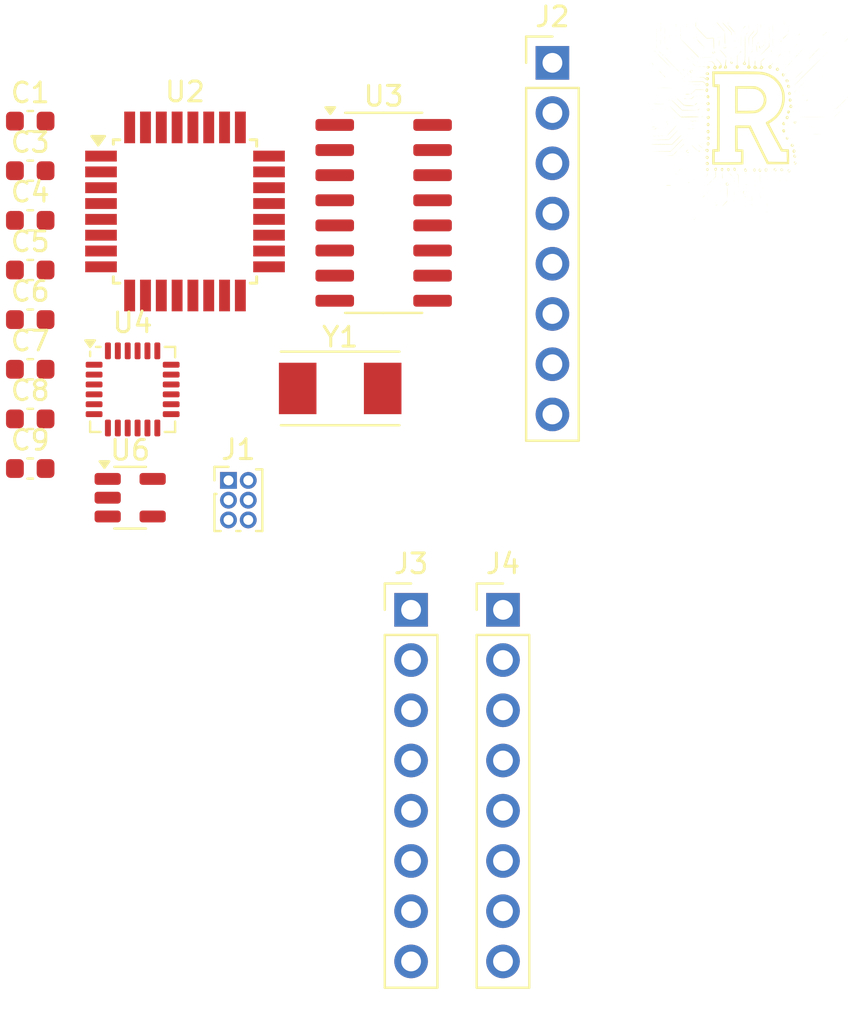
<source format=kicad_pcb>
(kicad_pcb (version 20240108) (generator "pcbnew") (generator_version "8.0")
  (layers (0 "F.Cu" signal) (31 "B.Cu" signal) (34 "B.Paste" user) (35 "F.Paste" user) (36 "B.SilkS" user "B.Silkscreen") (37 "F.SilkS" user "F.Silkscreen") (38 "B.Mask" user) (39 "F.Mask" user) (44 "Edge.Cuts" user))
  (net 0 "")
  (net 1 "GND")
  (net 2 "+3V3")
  (net 3 "XTAL1")
  (net 4 "XTAL2")
  (net 5 "+5V")
  (net 6 "Net-(U4-REGOUT)")
  (net 7 "Net-(U4-CPOUT)")
  (net 8 "PC6")
  (net 9 "MOSI")
  (net 10 "MISO")
  (net 11 "SCK")
  (net 13 "PD1")
  (net 14 "PD7")
  (net 16 "PD3")
  (net 17 "PD5")
  (net 18 "PD4")
  (net 19 "PD6")
  (net 20 "PD0")
  (net 22 "PC0")
  (net 23 "PC1")
  (net 24 "PC3")
  (net 25 "RX-PROG")
  (net 26 "D+")
  (net 30 "TX-PROG")
  (net 34 "D-")
  (net 43 "MPU_IRQ")
  (net 48 "SDA")
  (net 50 "SCL")
  (net 54 "PC2")
  (net 55 "PC5")
  (net 56 "PC4")
  (net 57 "PB1")
  (net 58 "PB0")
  (net 59 "PB2")
  (footprint "Capacitor_SMD:C_0603_1608Metric" (layer "F.Cu") (at 61.0825 47.535)
    (property "Reference" "C5" (at 0 -1.43 0) (layer "F.SilkS"))
    (property "Value" "C")
    (pad "1" smd roundrect (at -0.775 0) (size 0.9 0.95) (layers "F.Cu" "F.Paste" "F.Mask") (net 2 "+3V3"))
    (pad "2" smd roundrect (at 0.775 0) (size 0.9 0.95) (layers "F.Cu" "F.Paste" "F.Mask") (net 1 "GND"))
  )
  (footprint "Connector_PinHeader_2.54mm:PinHeader_1x08_P2.54mm_Vertical" (layer "F.Cu") (at 87.5 37.06)
    (property "Reference" "J2" (at 0 -2.33 0) (layer "F.SilkS"))
    (property "Value" "Conn_01x08_MountingPin")
    (pad "1" thru_hole rect (at 0 0) (size 1.7 1.7) (drill 1) (layers "*.Cu" "*.Mask") (net 20 "PD0"))
    (pad "2" thru_hole oval (at 0 2.54) (size 1.7 1.7) (drill 1) (layers "*.Cu" "*.Mask") (net 13 "PD1"))
    (pad "3" thru_hole oval (at 0 5.08) (size 1.7 1.7) (drill 1) (layers "*.Cu" "*.Mask") (net 43 "MPU_IRQ"))
    (pad "4" thru_hole oval (at 0 7.62) (size 1.7 1.7) (drill 1) (layers "*.Cu" "*.Mask") (net 16 "PD3"))
    (pad "5" thru_hole oval (at 0 10.16) (size 1.7 1.7) (drill 1) (layers "*.Cu" "*.Mask") (net 18 "PD4"))
    (pad "6" thru_hole oval (at 0 12.7) (size 1.7 1.7) (drill 1) (layers "*.Cu" "*.Mask") (net 17 "PD5"))
    (pad "7" thru_hole oval (at 0 15.24) (size 1.7 1.7) (drill 1) (layers "*.Cu" "*.Mask") (net 19 "PD6"))
    (pad "8" thru_hole oval (at 0 17.78) (size 1.7 1.7) (drill 1) (layers "*.Cu" "*.Mask") (net 14 "PD7"))
  )
  (footprint "Connector_PinHeader_2.54mm:PinHeader_1x08_P2.54mm_Vertical" (layer "F.Cu") (at 85 64.72)
    (property "Reference" "J4" (at 0 -2.33 0) (layer "F.SilkS"))
    (property "Value" "Conn_01x08_MountingPin")
    (pad "1" thru_hole rect (at 0 0) (size 1.7 1.7) (drill 1) (layers "*.Cu" "*.Mask") (net 58 "PB0"))
    (pad "2" thru_hole oval (at 0 2.54) (size 1.7 1.7) (drill 1) (layers "*.Cu" "*.Mask") (net 57 "PB1"))
    (pad "3" thru_hole oval (at 0 5.08) (size 1.7 1.7) (drill 1) (layers "*.Cu" "*.Mask") (net 59 "PB2"))
    (pad "4" thru_hole oval (at 0 7.62) (size 1.7 1.7) (drill 1) (layers "*.Cu" "*.Mask") (net 9 "MOSI"))
    (pad "5" thru_hole oval (at 0 10.16) (size 1.7 1.7) (drill 1) (layers "*.Cu" "*.Mask") (net 10 "MISO"))
    (pad "6" thru_hole oval (at 0 12.7) (size 1.7 1.7) (drill 1) (layers "*.Cu" "*.Mask") (net 11 "SCK"))
    (pad "7" thru_hole oval (at 0 15.24) (size 1.7 1.7) (drill 1) (layers "*.Cu" "*.Mask"))
    (pad "8" thru_hole oval (at 0 17.78) (size 1.7 1.7) (drill 1) (layers "*.Cu" "*.Mask") (net 5 "+5V"))
  )
  (footprint "Package_QFP:TQFP-32_7x7mm_P0.8mm" (layer "F.Cu") (at 68.9125 44.575)
    (property "Reference" "U2" (at 0 -6.05 0) (layer "F.SilkS"))
    (property "Value" "ATmega88PA-A")
    (pad "1" smd rect (at -4.25 -2.8) (size 1.6 0.55) (layers "F.Cu" "F.Paste" "F.Mask") (net 16 "PD3"))
    (pad "2" smd rect (at -4.25 -2) (size 1.6 0.55) (layers "F.Cu" "F.Paste" "F.Mask") (net 18 "PD4"))
    (pad "3" smd rect (at -4.25 -1.2) (size 1.6 0.55) (layers "F.Cu" "F.Paste" "F.Mask") (net 1 "GND"))
    (pad "4" smd rect (at -4.25 -0.4) (size 1.6 0.55) (layers "F.Cu" "F.Paste" "F.Mask") (net 5 "+5V"))
    (pad "5" smd rect (at -4.25 0.4) (size 1.6 0.55) (layers "F.Cu" "F.Paste" "F.Mask") (net 1 "GND"))
    (pad "6" smd rect (at -4.25 1.2) (size 1.6 0.55) (layers "F.Cu" "F.Paste" "F.Mask") (net 5 "+5V"))
    (pad "7" smd rect (at -4.25 2) (size 1.6 0.55) (layers "F.Cu" "F.Paste" "F.Mask") (net 3 "XTAL1"))
    (pad "8" smd rect (at -4.25 2.8) (size 1.6 0.55) (layers "F.Cu" "F.Paste" "F.Mask") (net 4 "XTAL2"))
    (pad "9" smd rect (at -2.8 4.25 90) (size 1.6 0.55) (layers "F.Cu" "F.Paste" "F.Mask") (net 17 "PD5"))
    (pad "10" smd rect (at -2 4.25 90) (size 1.6 0.55) (layers "F.Cu" "F.Paste" "F.Mask") (net 19 "PD6"))
    (pad "11" smd rect (at -1.2 4.25 90) (size 1.6 0.55) (layers "F.Cu" "F.Paste" "F.Mask") (net 14 "PD7"))
    (pad "12" smd rect (at -0.4 4.25 90) (size 1.6 0.55) (layers "F.Cu" "F.Paste" "F.Mask") (net 58 "PB0"))
    (pad "13" smd rect (at 0.4 4.25 90) (size 1.6 0.55) (layers "F.Cu" "F.Paste" "F.Mask") (net 57 "PB1"))
    (pad "14" smd rect (at 1.2 4.25 90) (size 1.6 0.55) (layers "F.Cu" "F.Paste" "F.Mask") (net 59 "PB2"))
    (pad "15" smd rect (at 2 4.25 90) (size 1.6 0.55) (layers "F.Cu" "F.Paste" "F.Mask") (net 9 "MOSI"))
    (pad "16" smd rect (at 2.8 4.25 90) (size 1.6 0.55) (layers "F.Cu" "F.Paste" "F.Mask") (net 10 "MISO"))
    (pad "17" smd rect (at 4.25 2.8) (size 1.6 0.55) (layers "F.Cu" "F.Paste" "F.Mask") (net 11 "SCK"))
    (pad "18" smd rect (at 4.25 2) (size 1.6 0.55) (layers "F.Cu" "F.Paste" "F.Mask") (net 5 "+5V"))
    (pad "19" smd rect (at 4.25 1.2) (size 1.6 0.55) (layers "F.Cu" "F.Paste" "F.Mask"))
    (pad "20" smd rect (at 4.25 0.4) (size 1.6 0.55) (layers "F.Cu" "F.Paste" "F.Mask"))
    (pad "21" smd rect (at 4.25 -0.4) (size 1.6 0.55) (layers "F.Cu" "F.Paste" "F.Mask") (net 1 "GND"))
    (pad "22" smd rect (at 4.25 -1.2) (size 1.6 0.55) (layers "F.Cu" "F.Paste" "F.Mask"))
    (pad "23" smd rect (at 4.25 -2) (size 1.6 0.55) (layers "F.Cu" "F.Paste" "F.Mask") (net 22 "PC0"))
    (pad "24" smd rect (at 4.25 -2.8) (size 1.6 0.55) (layers "F.Cu" "F.Paste" "F.Mask") (net 23 "PC1"))
    (pad "25" smd rect (at 2.8 -4.25 90) (size 1.6 0.55) (layers "F.Cu" "F.Paste" "F.Mask") (net 54 "PC2"))
    (pad "26" smd rect (at 2 -4.25 90) (size 1.6 0.55) (layers "F.Cu" "F.Paste" "F.Mask") (net 24 "PC3"))
    (pad "27" smd rect (at 1.2 -4.25 90) (size 1.6 0.55) (layers "F.Cu" "F.Paste" "F.Mask") (net 56 "PC4"))
    (pad "28" smd rect (at 0.4 -4.25 90) (size 1.6 0.55) (layers "F.Cu" "F.Paste" "F.Mask") (net 55 "PC5"))
    (pad "29" smd rect (at -0.4 -4.25 90) (size 1.6 0.55) (layers "F.Cu" "F.Paste" "F.Mask") (net 8 "PC6"))
    (pad "30" smd rect (at -1.2 -4.25 90) (size 1.6 0.55) (layers "F.Cu" "F.Paste" "F.Mask") (net 20 "PD0"))
    (pad "31" smd rect (at -2 -4.25 90) (size 1.6 0.55) (layers "F.Cu" "F.Paste" "F.Mask") (net 13 "PD1"))
    (pad "32" smd rect (at -2.8 -4.25 90) (size 1.6 0.55) (layers "F.Cu" "F.Paste" "F.Mask") (net 43 "MPU_IRQ"))
  )
  (footprint "Capacitor_SMD:C_0603_1608Metric" (layer "F.Cu") (at 61.0825 55.065)
    (property "Reference" "C8" (at 0 -1.43 0) (layer "F.SilkS"))
    (property "Value" "C")
    (pad "1" smd roundrect (at -0.775 0) (size 0.9 0.95) (layers "F.Cu" "F.Paste" "F.Mask") (net 6 "Net-(U4-REGOUT)"))
    (pad "2" smd roundrect (at 0.775 0) (size 0.9 0.95) (layers "F.Cu" "F.Paste" "F.Mask") (net 1 "GND"))
  )
  (footprint "Capacitor_SMD:C_0603_1608Metric" (layer "F.Cu") (at 61.0825 40.005)
    (property "Reference" "C1" (at 0 -1.43 0) (layer "F.SilkS"))
    (property "Value" "C")
    (pad "1" smd roundrect (at -0.775 0) (size 0.9 0.95) (layers "F.Cu" "F.Paste" "F.Mask") (net 2 "+3V3"))
    (pad "2" smd roundrect (at 0.775 0) (size 0.9 0.95) (layers "F.Cu" "F.Paste" "F.Mask") (net 1 "GND"))
  )
  (footprint "Capacitor_SMD:C_0603_1608Metric" (layer "F.Cu") (at 61.0825 42.515)
    (property "Reference" "C3" (at 0 -1.43 0) (layer "F.SilkS"))
    (property "Value" "10u")
    (pad "1" smd roundrect (at -0.775 0) (size 0.9 0.95) (layers "F.Cu" "F.Paste" "F.Mask") (net 3 "XTAL1"))
    (pad "2" smd roundrect (at 0.775 0) (size 0.9 0.95) (layers "F.Cu" "F.Paste" "F.Mask") (net 1 "GND"))
  )
  (footprint "Package_TO_SOT_SMD:SOT-23-5" (layer "F.Cu") (at 66.1375 59.05)
    (property "Reference" "U6" (at 0 -2.4 0) (layer "F.SilkS"))
    (property "Value" "AP2112K-3.3")
    (pad "1" smd roundrect (at -1.1375 -0.95) (size 1.325 0.6) (layers "F.Cu" "F.Paste" "F.Mask") (net 5 "+5V"))
    (pad "2" smd roundrect (at -1.1375 0) (size 1.325 0.6) (layers "F.Cu" "F.Paste" "F.Mask") (net 1 "GND"))
    (pad "3" smd roundrect (at -1.1375 0.95) (size 1.325 0.6) (layers "F.Cu" "F.Paste" "F.Mask") (net 5 "+5V"))
    (pad "4" smd roundrect (at 1.1375 0.95) (size 1.325 0.6) (layers "F.Cu" "F.Paste" "F.Mask"))
    (pad "5" smd roundrect (at 1.1375 -0.95) (size 1.325 0.6) (layers "F.Cu" "F.Paste" "F.Mask") (net 2 "+3V3"))
  )
  (footprint "Capacitor_SMD:C_0603_1608Metric" (layer "F.Cu") (at 61.0825 57.575)
    (property "Reference" "C9" (at 0 -1.43 0) (layer "F.SilkS"))
    (property "Value" "C")
    (pad "1" smd roundrect (at -0.775 0) (size 0.9 0.95) (layers "F.Cu" "F.Paste" "F.Mask") (net 7 "Net-(U4-CPOUT)"))
    (pad "2" smd roundrect (at 0.775 0) (size 0.9 0.95) (layers "F.Cu" "F.Paste" "F.Mask") (net 1 "GND"))
  )
  (footprint "Capacitor_SMD:C_0603_1608Metric" (layer "F.Cu") (at 61.0825 50.045)
    (property "Reference" "C6" (at 0 -1.43 0) (layer "F.SilkS"))
    (property "Value" "C")
    (pad "1" smd roundrect (at -0.775 0) (size 0.9 0.95) (layers "F.Cu" "F.Paste" "F.Mask") (net 5 "+5V"))
    (pad "2" smd roundrect (at 0.775 0) (size 0.9 0.95) (layers "F.Cu" "F.Paste" "F.Mask") (net 1 "GND"))
  )
  (footprint "R-logo:R-logo" (layer "F.Cu") (at 97.5 40)
    (property "Reference" "G***" (hide yes))
    (property "Value" "LOGO" (hide yes))
  )
  (footprint "Crystal:Crystal_SMD_Abracon_ABM7-2Pin_6.0x3.5mm" (layer "F.Cu") (at 76.7625 53.525)
    (property "Reference" "Y1" (at 0 -2.6 0) (layer "F.SilkS"))
    (property "Value" "Crystal")
    (pad "1" smd rect (at -2.15 0) (size 1.9 2.6) (layers "F.Cu" "F.Paste" "F.Mask") (net 4 "XTAL2"))
    (pad "2" smd rect (at 2.15 0) (size 1.9 2.6) (layers "F.Cu" "F.Paste" "F.Mask") (net 3 "XTAL1"))
  )
  (footprint "Package_SO:SOIC-16_3.9x9.9mm_P1.27mm" (layer "F.Cu") (at 78.9625 44.645)
    (property "Reference" "U3" (at 0 -5.9 0) (layer "F.SilkS"))
    (property "Value" "CH340C")
    (pad "1" smd roundrect (at -2.475 -4.445) (size 1.95 0.6) (layers "F.Cu" "F.Paste" "F.Mask") (net 1 "GND"))
    (pad "2" smd roundrect (at -2.475 -3.175) (size 1.95 0.6) (layers "F.Cu" "F.Paste" "F.Mask") (net 30 "TX-PROG"))
    (pad "3" smd roundrect (at -2.475 -1.905) (size 1.95 0.6) (layers "F.Cu" "F.Paste" "F.Mask") (net 25 "RX-PROG"))
    (pad "4" smd roundrect (at -2.475 -0.635) (size 1.95 0.6) (layers "F.Cu" "F.Paste" "F.Mask") (net 2 "+3V3"))
    (pad "5" smd roundrect (at -2.475 0.635) (size 1.95 0.6) (layers "F.Cu" "F.Paste" "F.Mask") (net 26 "D+"))
    (pad "6" smd roundrect (at -2.475 1.905) (size 1.95 0.6) (layers "F.Cu" "F.Paste" "F.Mask") (net 34 "D-"))
    (pad "7" smd roundrect (at -2.475 3.175) (size 1.95 0.6) (layers "F.Cu" "F.Paste" "F.Mask"))
    (pad "8" smd roundrect (at -2.475 4.445) (size 1.95 0.6) (layers "F.Cu" "F.Paste" "F.Mask"))
    (pad "9" smd roundrect (at 2.475 4.445) (size 1.95 0.6) (layers "F.Cu" "F.Paste" "F.Mask"))
    (pad "10" smd roundrect (at 2.475 3.175) (size 1.95 0.6) (layers "F.Cu" "F.Paste" "F.Mask"))
    (pad "11" smd roundrect (at 2.475 1.905) (size 1.95 0.6) (layers "F.Cu" "F.Paste" "F.Mask"))
    (pad "12" smd roundrect (at 2.475 0.635) (size 1.95 0.6) (layers "F.Cu" "F.Paste" "F.Mask"))
    (pad "13" smd roundrect (at 2.475 -0.635) (size 1.95 0.6) (layers "F.Cu" "F.Paste" "F.Mask") (net 8 "PC6"))
    (pad "14" smd roundrect (at 2.475 -1.905) (size 1.95 0.6) (layers "F.Cu" "F.Paste" "F.Mask"))
    (pad "15" smd roundrect (at 2.475 -3.175) (size 1.95 0.6) (layers "F.Cu" "F.Paste" "F.Mask"))
    (pad "16" smd roundrect (at 2.475 -4.445) (size 1.95 0.6) (layers "F.Cu" "F.Paste" "F.Mask") (net 2 "+3V3"))
  )
  (footprint "Sensor_Motion:InvenSense_QFN-24_4x4mm_P0.5mm" (layer "F.Cu") (at 66.2625 53.575)
    (property "Reference" "U4" (at 0 -3.375 0) (layer "F.SilkS"))
    (property "Value" "MPU-6050")
    (pad "1" smd roundrect (at -1.95 -1.25) (size 0.85 0.3) (layers "F.Cu" "F.Paste" "F.Mask") (net 1 "GND"))
    (pad "2" smd roundrect (at -1.95 -0.75) (size 0.85 0.3) (layers "F.Cu" "F.Paste" "F.Mask"))
    (pad "3" smd roundrect (at -1.95 -0.25) (size 0.85 0.3) (layers "F.Cu" "F.Paste" "F.Mask"))
    (pad "4" smd roundrect (at -1.95 0.25) (size 0.85 0.3) (layers "F.Cu" "F.Paste" "F.Mask"))
    (pad "5" smd roundrect (at -1.95 0.75) (size 0.85 0.3) (layers "F.Cu" "F.Paste" "F.Mask"))
    (pad "6" smd roundrect (at -1.95 1.25) (size 0.85 0.3) (layers "F.Cu" "F.Paste" "F.Mask"))
    (pad "7" smd roundrect (at -1.25 1.95 90) (size 0.85 0.3) (layers "F.Cu" "F.Paste" "F.Mask"))
    (pad "8" smd roundrect (at -0.75 1.95 90) (size 0.85 0.3) (layers "F.Cu" "F.Paste" "F.Mask") (net 2 "+3V3"))
    (pad "9" smd roundrect (at -0.25 1.95 90) (size 0.85 0.3) (layers "F.Cu" "F.Paste" "F.Mask") (net 1 "GND"))
    (pad "10" smd roundrect (at 0.25 1.95 90) (size 0.85 0.3) (layers "F.Cu" "F.Paste" "F.Mask") (net 6 "Net-(U4-REGOUT)"))
    (pad "11" smd roundrect (at 0.75 1.95 90) (size 0.85 0.3) (layers "F.Cu" "F.Paste" "F.Mask") (net 1 "GND"))
    (pad "12" smd roundrect (at 1.25 1.95 90) (size 0.85 0.3) (layers "F.Cu" "F.Paste" "F.Mask") (net 43 "MPU_IRQ"))
    (pad "13" smd roundrect (at 1.95 1.25) (size 0.85 0.3) (layers "F.Cu" "F.Paste" "F.Mask") (net 2 "+3V3"))
    (pad "14" smd roundrect (at 1.95 0.75) (size 0.85 0.3) (layers "F.Cu" "F.Paste" "F.Mask"))
    (pad "15" smd roundrect (at 1.95 0.25) (size 0.85 0.3) (layers "F.Cu" "F.Paste" "F.Mask"))
    (pad "16" smd roundrect (at 1.95 -0.25) (size 0.85 0.3) (layers "F.Cu" "F.Paste" "F.Mask"))
    (pad "17" smd roundrect (at 1.95 -0.75) (size 0.85 0.3) (layers "F.Cu" "F.Paste" "F.Mask"))
    (pad "18" smd roundrect (at 1.95 -1.25) (size 0.85 0.3) (layers "F.Cu" "F.Paste" "F.Mask") (net 1 "GND"))
    (pad "19" smd roundrect (at 1.25 -1.95 90) (size 0.85 0.3) (layers "F.Cu" "F.Paste" "F.Mask"))
    (pad "20" smd roundrect (at 0.75 -1.95 90) (size 0.85 0.3) (layers "F.Cu" "F.Paste" "F.Mask") (net 7 "Net-(U4-CPOUT)"))
    (pad "21" smd roundrect (at 0.25 -1.95 90) (size 0.85 0.3) (layers "F.Cu" "F.Paste" "F.Mask"))
    (pad "22" smd roundrect (at -0.25 -1.95 90) (size 0.85 0.3) (layers "F.Cu" "F.Paste" "F.Mask"))
    (pad "23" smd roundrect (at -0.75 -1.95 90) (size 0.85 0.3) (layers "F.Cu" "F.Paste" "F.Mask") (net 50 "SCL"))
    (pad "24" smd roundrect (at -1.25 -1.95 90) (size 0.85 0.3) (layers "F.Cu" "F.Paste" "F.Mask") (net 48 "SDA"))
  )
  (footprint "Capacitor_SMD:C_0603_1608Metric" (layer "F.Cu") (at 61.0825 45.025)
    (property "Reference" "C4" (at 0 -1.43 0) (layer "F.SilkS"))
    (property "Value" "10u")
    (pad "1" smd roundrect (at -0.775 0) (size 0.9 0.95) (layers "F.Cu" "F.Paste" "F.Mask") (net 4 "XTAL2"))
    (pad "2" smd roundrect (at 0.775 0) (size 0.9 0.95) (layers "F.Cu" "F.Paste" "F.Mask") (net 1 "GND"))
  )
  (footprint "Connector_PinHeader_2.54mm:PinHeader_1x08_P2.54mm_Vertical" (layer "F.Cu") (at 80.35 64.72)
    (property "Reference" "J3" (at 0 -2.33 0) (layer "F.SilkS"))
    (property "Value" "Conn_01x08_MountingPin")
    (pad "1" thru_hole rect (at 0 0) (size 1.7 1.7) (drill 1) (layers "*.Cu" "*.Mask") (net 22 "PC0"))
    (pad "2" thru_hole oval (at 0 2.54) (size 1.7 1.7) (drill 1) (layers "*.Cu" "*.Mask") (net 23 "PC1"))
    (pad "3" thru_hole oval (at 0 5.08) (size 1.7 1.7) (drill 1) (layers "*.Cu" "*.Mask") (net 54 "PC2"))
    (pad "4" thru_hole oval (at 0 7.62) (size 1.7 1.7) (drill 1) (layers "*.Cu" "*.Mask") (net 24 "PC3"))
    (pad "5" thru_hole oval (at 0 10.16) (size 1.7 1.7) (drill 1) (layers "*.Cu" "*.Mask") (net 56 "PC4"))
    (pad "6" thru_hole oval (at 0 12.7) (size 1.7 1.7) (drill 1) (layers "*.Cu" "*.Mask") (net 55 "PC5"))
    (pad "7" thru_hole oval (at 0 15.24) (size 1.7 1.7) (drill 1) (layers "*.Cu" "*.Mask") (net 8 "PC6"))
    (pad "8" thru_hole oval (at 0 17.78) (size 1.7 1.7) (drill 1) (layers "*.Cu" "*.Mask") (net 1 "GND"))
  )
  (footprint "Capacitor_SMD:C_0603_1608Metric" (layer "F.Cu") (at 61.0825 52.555)
    (property "Reference" "C7" (at 0 -1.43 0) (layer "F.SilkS"))
    (property "Value" "C")
    (pad "1" smd roundrect (at -0.775 0) (size 0.9 0.95) (layers "F.Cu" "F.Paste" "F.Mask") (net 1 "GND"))
    (pad "2" smd roundrect (at 0.775 0) (size 0.9 0.95) (layers "F.Cu" "F.Paste" "F.Mask") (net 2 "+3V3"))
  )
  (footprint "Connector_PinHeader_1.00mm:PinHeader_2x03_P1.00mm_Vertical" (layer "F.Cu") (at 71.1125 58.175)
    (property "Reference" "J1" (at 0.5 -1.56 0) (layer "F.SilkS"))
    (property "Value" "AVR-ISP-6")
    (pad "1" thru_hole rect (at 0 0) (size 0.85 0.85) (drill 0.5) (layers "*.Cu" "*.Mask") (net 10 "MISO"))
    (pad "2" thru_hole oval (at 1 0) (size 0.85 0.85) (drill 0.5) (layers "*.Cu" "*.Mask") (net 5 "+5V"))
    (pad "3" thru_hole oval (at 0 1) (size 0.85 0.85) (drill 0.5) (layers "*.Cu" "*.Mask") (net 11 "SCK"))
    (pad "4" thru_hole oval (at 1 1) (size 0.85 0.85) (drill 0.5) (layers "*.Cu" "*.Mask") (net 9 "MOSI"))
    (pad "5" thru_hole oval (at 0 2) (size 0.85 0.85) (drill 0.5) (layers "*.Cu" "*.Mask") (net 8 "PC6"))
    (pad "6" thru_hole oval (at 1 2) (size 0.85 0.85) (drill 0.5) (layers "*.Cu" "*.Mask") (net 1 "GND"))
  )
)
</source>
